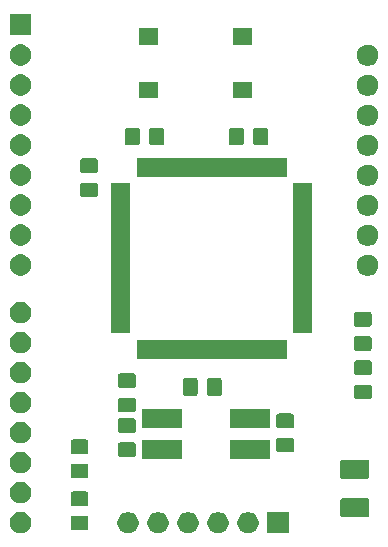
<source format=gbr>
G04 #@! TF.GenerationSoftware,KiCad,Pcbnew,(5.1.5-0-10_14)*
G04 #@! TF.CreationDate,2020-11-09T16:05:27+01:00*
G04 #@! TF.ProjectId,ATmega128_CC1101_Board,41546d65-6761-4313-9238-5f4343313130,rev?*
G04 #@! TF.SameCoordinates,Original*
G04 #@! TF.FileFunction,Soldermask,Top*
G04 #@! TF.FilePolarity,Negative*
%FSLAX46Y46*%
G04 Gerber Fmt 4.6, Leading zero omitted, Abs format (unit mm)*
G04 Created by KiCad (PCBNEW (5.1.5-0-10_14)) date 2020-11-09 16:05:27*
%MOMM*%
%LPD*%
G04 APERTURE LIST*
%ADD10C,0.100000*%
G04 APERTURE END LIST*
D10*
G36*
X125101000Y-110701000D02*
G01*
X123299000Y-110701000D01*
X123299000Y-108899000D01*
X125101000Y-108899000D01*
X125101000Y-110701000D01*
G37*
G36*
X121773512Y-108903927D02*
G01*
X121922812Y-108933624D01*
X122086784Y-109001544D01*
X122234354Y-109100147D01*
X122359853Y-109225646D01*
X122458456Y-109373216D01*
X122526376Y-109537188D01*
X122561000Y-109711259D01*
X122561000Y-109888741D01*
X122526376Y-110062812D01*
X122458456Y-110226784D01*
X122359853Y-110374354D01*
X122234354Y-110499853D01*
X122086784Y-110598456D01*
X121922812Y-110666376D01*
X121773512Y-110696073D01*
X121748742Y-110701000D01*
X121571258Y-110701000D01*
X121546488Y-110696073D01*
X121397188Y-110666376D01*
X121233216Y-110598456D01*
X121085646Y-110499853D01*
X120960147Y-110374354D01*
X120861544Y-110226784D01*
X120793624Y-110062812D01*
X120759000Y-109888741D01*
X120759000Y-109711259D01*
X120793624Y-109537188D01*
X120861544Y-109373216D01*
X120960147Y-109225646D01*
X121085646Y-109100147D01*
X121233216Y-109001544D01*
X121397188Y-108933624D01*
X121546488Y-108903927D01*
X121571258Y-108899000D01*
X121748742Y-108899000D01*
X121773512Y-108903927D01*
G37*
G36*
X119233512Y-108903927D02*
G01*
X119382812Y-108933624D01*
X119546784Y-109001544D01*
X119694354Y-109100147D01*
X119819853Y-109225646D01*
X119918456Y-109373216D01*
X119986376Y-109537188D01*
X120021000Y-109711259D01*
X120021000Y-109888741D01*
X119986376Y-110062812D01*
X119918456Y-110226784D01*
X119819853Y-110374354D01*
X119694354Y-110499853D01*
X119546784Y-110598456D01*
X119382812Y-110666376D01*
X119233512Y-110696073D01*
X119208742Y-110701000D01*
X119031258Y-110701000D01*
X119006488Y-110696073D01*
X118857188Y-110666376D01*
X118693216Y-110598456D01*
X118545646Y-110499853D01*
X118420147Y-110374354D01*
X118321544Y-110226784D01*
X118253624Y-110062812D01*
X118219000Y-109888741D01*
X118219000Y-109711259D01*
X118253624Y-109537188D01*
X118321544Y-109373216D01*
X118420147Y-109225646D01*
X118545646Y-109100147D01*
X118693216Y-109001544D01*
X118857188Y-108933624D01*
X119006488Y-108903927D01*
X119031258Y-108899000D01*
X119208742Y-108899000D01*
X119233512Y-108903927D01*
G37*
G36*
X116693512Y-108903927D02*
G01*
X116842812Y-108933624D01*
X117006784Y-109001544D01*
X117154354Y-109100147D01*
X117279853Y-109225646D01*
X117378456Y-109373216D01*
X117446376Y-109537188D01*
X117481000Y-109711259D01*
X117481000Y-109888741D01*
X117446376Y-110062812D01*
X117378456Y-110226784D01*
X117279853Y-110374354D01*
X117154354Y-110499853D01*
X117006784Y-110598456D01*
X116842812Y-110666376D01*
X116693512Y-110696073D01*
X116668742Y-110701000D01*
X116491258Y-110701000D01*
X116466488Y-110696073D01*
X116317188Y-110666376D01*
X116153216Y-110598456D01*
X116005646Y-110499853D01*
X115880147Y-110374354D01*
X115781544Y-110226784D01*
X115713624Y-110062812D01*
X115679000Y-109888741D01*
X115679000Y-109711259D01*
X115713624Y-109537188D01*
X115781544Y-109373216D01*
X115880147Y-109225646D01*
X116005646Y-109100147D01*
X116153216Y-109001544D01*
X116317188Y-108933624D01*
X116466488Y-108903927D01*
X116491258Y-108899000D01*
X116668742Y-108899000D01*
X116693512Y-108903927D01*
G37*
G36*
X114153512Y-108903927D02*
G01*
X114302812Y-108933624D01*
X114466784Y-109001544D01*
X114614354Y-109100147D01*
X114739853Y-109225646D01*
X114838456Y-109373216D01*
X114906376Y-109537188D01*
X114941000Y-109711259D01*
X114941000Y-109888741D01*
X114906376Y-110062812D01*
X114838456Y-110226784D01*
X114739853Y-110374354D01*
X114614354Y-110499853D01*
X114466784Y-110598456D01*
X114302812Y-110666376D01*
X114153512Y-110696073D01*
X114128742Y-110701000D01*
X113951258Y-110701000D01*
X113926488Y-110696073D01*
X113777188Y-110666376D01*
X113613216Y-110598456D01*
X113465646Y-110499853D01*
X113340147Y-110374354D01*
X113241544Y-110226784D01*
X113173624Y-110062812D01*
X113139000Y-109888741D01*
X113139000Y-109711259D01*
X113173624Y-109537188D01*
X113241544Y-109373216D01*
X113340147Y-109225646D01*
X113465646Y-109100147D01*
X113613216Y-109001544D01*
X113777188Y-108933624D01*
X113926488Y-108903927D01*
X113951258Y-108899000D01*
X114128742Y-108899000D01*
X114153512Y-108903927D01*
G37*
G36*
X111613512Y-108903927D02*
G01*
X111762812Y-108933624D01*
X111926784Y-109001544D01*
X112074354Y-109100147D01*
X112199853Y-109225646D01*
X112298456Y-109373216D01*
X112366376Y-109537188D01*
X112401000Y-109711259D01*
X112401000Y-109888741D01*
X112366376Y-110062812D01*
X112298456Y-110226784D01*
X112199853Y-110374354D01*
X112074354Y-110499853D01*
X111926784Y-110598456D01*
X111762812Y-110666376D01*
X111613512Y-110696073D01*
X111588742Y-110701000D01*
X111411258Y-110701000D01*
X111386488Y-110696073D01*
X111237188Y-110666376D01*
X111073216Y-110598456D01*
X110925646Y-110499853D01*
X110800147Y-110374354D01*
X110701544Y-110226784D01*
X110633624Y-110062812D01*
X110599000Y-109888741D01*
X110599000Y-109711259D01*
X110633624Y-109537188D01*
X110701544Y-109373216D01*
X110800147Y-109225646D01*
X110925646Y-109100147D01*
X111073216Y-109001544D01*
X111237188Y-108933624D01*
X111386488Y-108903927D01*
X111411258Y-108899000D01*
X111588742Y-108899000D01*
X111613512Y-108903927D01*
G37*
G36*
X102513512Y-108883927D02*
G01*
X102662812Y-108913624D01*
X102826784Y-108981544D01*
X102974354Y-109080147D01*
X103099853Y-109205646D01*
X103198456Y-109353216D01*
X103266376Y-109517188D01*
X103301000Y-109691259D01*
X103301000Y-109868741D01*
X103266376Y-110042812D01*
X103198456Y-110206784D01*
X103099853Y-110354354D01*
X102974354Y-110479853D01*
X102826784Y-110578456D01*
X102662812Y-110646376D01*
X102513512Y-110676073D01*
X102488742Y-110681000D01*
X102311258Y-110681000D01*
X102286488Y-110676073D01*
X102137188Y-110646376D01*
X101973216Y-110578456D01*
X101825646Y-110479853D01*
X101700147Y-110354354D01*
X101601544Y-110206784D01*
X101533624Y-110042812D01*
X101499000Y-109868741D01*
X101499000Y-109691259D01*
X101533624Y-109517188D01*
X101601544Y-109353216D01*
X101700147Y-109205646D01*
X101825646Y-109080147D01*
X101973216Y-108981544D01*
X102137188Y-108913624D01*
X102286488Y-108883927D01*
X102311258Y-108879000D01*
X102488742Y-108879000D01*
X102513512Y-108883927D01*
G37*
G36*
X107988674Y-109203465D02*
G01*
X108026367Y-109214899D01*
X108061103Y-109233466D01*
X108091548Y-109258452D01*
X108116534Y-109288897D01*
X108135101Y-109323633D01*
X108146535Y-109361326D01*
X108151000Y-109406661D01*
X108151000Y-110243339D01*
X108146535Y-110288674D01*
X108135101Y-110326367D01*
X108116534Y-110361103D01*
X108091548Y-110391548D01*
X108061103Y-110416534D01*
X108026367Y-110435101D01*
X107988674Y-110446535D01*
X107943339Y-110451000D01*
X106856661Y-110451000D01*
X106811326Y-110446535D01*
X106773633Y-110435101D01*
X106738897Y-110416534D01*
X106708452Y-110391548D01*
X106683466Y-110361103D01*
X106664899Y-110326367D01*
X106653465Y-110288674D01*
X106649000Y-110243339D01*
X106649000Y-109406661D01*
X106653465Y-109361326D01*
X106664899Y-109323633D01*
X106683466Y-109288897D01*
X106708452Y-109258452D01*
X106738897Y-109233466D01*
X106773633Y-109214899D01*
X106811326Y-109203465D01*
X106856661Y-109199000D01*
X107943339Y-109199000D01*
X107988674Y-109203465D01*
G37*
G36*
X131778048Y-107728122D02*
G01*
X131812387Y-107738539D01*
X131844036Y-107755456D01*
X131871778Y-107778222D01*
X131894544Y-107805964D01*
X131911461Y-107837613D01*
X131921878Y-107871952D01*
X131926000Y-107913807D01*
X131926000Y-109136193D01*
X131921878Y-109178048D01*
X131911461Y-109212387D01*
X131894544Y-109244036D01*
X131871778Y-109271778D01*
X131844036Y-109294544D01*
X131812387Y-109311461D01*
X131778048Y-109321878D01*
X131736193Y-109326000D01*
X129663807Y-109326000D01*
X129621952Y-109321878D01*
X129587613Y-109311461D01*
X129555964Y-109294544D01*
X129528222Y-109271778D01*
X129505456Y-109244036D01*
X129488539Y-109212387D01*
X129478122Y-109178048D01*
X129474000Y-109136193D01*
X129474000Y-107913807D01*
X129478122Y-107871952D01*
X129488539Y-107837613D01*
X129505456Y-107805964D01*
X129528222Y-107778222D01*
X129555964Y-107755456D01*
X129587613Y-107738539D01*
X129621952Y-107728122D01*
X129663807Y-107724000D01*
X131736193Y-107724000D01*
X131778048Y-107728122D01*
G37*
G36*
X107988674Y-107153465D02*
G01*
X108026367Y-107164899D01*
X108061103Y-107183466D01*
X108091548Y-107208452D01*
X108116534Y-107238897D01*
X108135101Y-107273633D01*
X108146535Y-107311326D01*
X108151000Y-107356661D01*
X108151000Y-108193339D01*
X108146535Y-108238674D01*
X108135101Y-108276367D01*
X108116534Y-108311103D01*
X108091548Y-108341548D01*
X108061103Y-108366534D01*
X108026367Y-108385101D01*
X107988674Y-108396535D01*
X107943339Y-108401000D01*
X106856661Y-108401000D01*
X106811326Y-108396535D01*
X106773633Y-108385101D01*
X106738897Y-108366534D01*
X106708452Y-108341548D01*
X106683466Y-108311103D01*
X106664899Y-108276367D01*
X106653465Y-108238674D01*
X106649000Y-108193339D01*
X106649000Y-107356661D01*
X106653465Y-107311326D01*
X106664899Y-107273633D01*
X106683466Y-107238897D01*
X106708452Y-107208452D01*
X106738897Y-107183466D01*
X106773633Y-107164899D01*
X106811326Y-107153465D01*
X106856661Y-107149000D01*
X107943339Y-107149000D01*
X107988674Y-107153465D01*
G37*
G36*
X102513512Y-106343927D02*
G01*
X102662812Y-106373624D01*
X102826784Y-106441544D01*
X102974354Y-106540147D01*
X103099853Y-106665646D01*
X103198456Y-106813216D01*
X103266376Y-106977188D01*
X103301000Y-107151259D01*
X103301000Y-107328741D01*
X103266376Y-107502812D01*
X103198456Y-107666784D01*
X103099853Y-107814354D01*
X102974354Y-107939853D01*
X102826784Y-108038456D01*
X102662812Y-108106376D01*
X102513512Y-108136073D01*
X102488742Y-108141000D01*
X102311258Y-108141000D01*
X102286488Y-108136073D01*
X102137188Y-108106376D01*
X101973216Y-108038456D01*
X101825646Y-107939853D01*
X101700147Y-107814354D01*
X101601544Y-107666784D01*
X101533624Y-107502812D01*
X101499000Y-107328741D01*
X101499000Y-107151259D01*
X101533624Y-106977188D01*
X101601544Y-106813216D01*
X101700147Y-106665646D01*
X101825646Y-106540147D01*
X101973216Y-106441544D01*
X102137188Y-106373624D01*
X102286488Y-106343927D01*
X102311258Y-106339000D01*
X102488742Y-106339000D01*
X102513512Y-106343927D01*
G37*
G36*
X131778048Y-104478122D02*
G01*
X131812387Y-104488539D01*
X131844036Y-104505456D01*
X131871778Y-104528222D01*
X131894544Y-104555964D01*
X131911461Y-104587613D01*
X131921878Y-104621952D01*
X131926000Y-104663807D01*
X131926000Y-105886193D01*
X131921878Y-105928048D01*
X131911461Y-105962387D01*
X131894544Y-105994036D01*
X131871778Y-106021778D01*
X131844036Y-106044544D01*
X131812387Y-106061461D01*
X131778048Y-106071878D01*
X131736193Y-106076000D01*
X129663807Y-106076000D01*
X129621952Y-106071878D01*
X129587613Y-106061461D01*
X129555964Y-106044544D01*
X129528222Y-106021778D01*
X129505456Y-105994036D01*
X129488539Y-105962387D01*
X129478122Y-105928048D01*
X129474000Y-105886193D01*
X129474000Y-104663807D01*
X129478122Y-104621952D01*
X129488539Y-104587613D01*
X129505456Y-104555964D01*
X129528222Y-104528222D01*
X129555964Y-104505456D01*
X129587613Y-104488539D01*
X129621952Y-104478122D01*
X129663807Y-104474000D01*
X131736193Y-104474000D01*
X131778048Y-104478122D01*
G37*
G36*
X107988674Y-104803465D02*
G01*
X108026367Y-104814899D01*
X108061103Y-104833466D01*
X108091548Y-104858452D01*
X108116534Y-104888897D01*
X108135101Y-104923633D01*
X108146535Y-104961326D01*
X108151000Y-105006661D01*
X108151000Y-105843339D01*
X108146535Y-105888674D01*
X108135101Y-105926367D01*
X108116534Y-105961103D01*
X108091548Y-105991548D01*
X108061103Y-106016534D01*
X108026367Y-106035101D01*
X107988674Y-106046535D01*
X107943339Y-106051000D01*
X106856661Y-106051000D01*
X106811326Y-106046535D01*
X106773633Y-106035101D01*
X106738897Y-106016534D01*
X106708452Y-105991548D01*
X106683466Y-105961103D01*
X106664899Y-105926367D01*
X106653465Y-105888674D01*
X106649000Y-105843339D01*
X106649000Y-105006661D01*
X106653465Y-104961326D01*
X106664899Y-104923633D01*
X106683466Y-104888897D01*
X106708452Y-104858452D01*
X106738897Y-104833466D01*
X106773633Y-104814899D01*
X106811326Y-104803465D01*
X106856661Y-104799000D01*
X107943339Y-104799000D01*
X107988674Y-104803465D01*
G37*
G36*
X102513512Y-103803927D02*
G01*
X102662812Y-103833624D01*
X102826784Y-103901544D01*
X102974354Y-104000147D01*
X103099853Y-104125646D01*
X103198456Y-104273216D01*
X103266376Y-104437188D01*
X103284483Y-104528222D01*
X103301000Y-104611258D01*
X103301000Y-104788742D01*
X103298071Y-104803465D01*
X103266376Y-104962812D01*
X103198456Y-105126784D01*
X103099853Y-105274354D01*
X102974354Y-105399853D01*
X102826784Y-105498456D01*
X102662812Y-105566376D01*
X102513512Y-105596073D01*
X102488742Y-105601000D01*
X102311258Y-105601000D01*
X102286488Y-105596073D01*
X102137188Y-105566376D01*
X101973216Y-105498456D01*
X101825646Y-105399853D01*
X101700147Y-105274354D01*
X101601544Y-105126784D01*
X101533624Y-104962812D01*
X101501929Y-104803465D01*
X101499000Y-104788742D01*
X101499000Y-104611258D01*
X101515517Y-104528222D01*
X101533624Y-104437188D01*
X101601544Y-104273216D01*
X101700147Y-104125646D01*
X101825646Y-104000147D01*
X101973216Y-103901544D01*
X102137188Y-103833624D01*
X102286488Y-103803927D01*
X102311258Y-103799000D01*
X102488742Y-103799000D01*
X102513512Y-103803927D01*
G37*
G36*
X123501000Y-104441000D02*
G01*
X120099000Y-104441000D01*
X120099000Y-102799000D01*
X123501000Y-102799000D01*
X123501000Y-104441000D01*
G37*
G36*
X116101000Y-104441000D02*
G01*
X112699000Y-104441000D01*
X112699000Y-102799000D01*
X116101000Y-102799000D01*
X116101000Y-104441000D01*
G37*
G36*
X111988674Y-103003465D02*
G01*
X112026367Y-103014899D01*
X112061103Y-103033466D01*
X112091548Y-103058452D01*
X112116534Y-103088897D01*
X112135101Y-103123633D01*
X112146535Y-103161326D01*
X112151000Y-103206661D01*
X112151000Y-104043339D01*
X112146535Y-104088674D01*
X112135101Y-104126367D01*
X112116534Y-104161103D01*
X112091548Y-104191548D01*
X112061103Y-104216534D01*
X112026367Y-104235101D01*
X111988674Y-104246535D01*
X111943339Y-104251000D01*
X110856661Y-104251000D01*
X110811326Y-104246535D01*
X110773633Y-104235101D01*
X110738897Y-104216534D01*
X110708452Y-104191548D01*
X110683466Y-104161103D01*
X110664899Y-104126367D01*
X110653465Y-104088674D01*
X110649000Y-104043339D01*
X110649000Y-103206661D01*
X110653465Y-103161326D01*
X110664899Y-103123633D01*
X110683466Y-103088897D01*
X110708452Y-103058452D01*
X110738897Y-103033466D01*
X110773633Y-103014899D01*
X110811326Y-103003465D01*
X110856661Y-102999000D01*
X111943339Y-102999000D01*
X111988674Y-103003465D01*
G37*
G36*
X107988674Y-102753465D02*
G01*
X108026367Y-102764899D01*
X108061103Y-102783466D01*
X108091548Y-102808452D01*
X108116534Y-102838897D01*
X108135101Y-102873633D01*
X108146535Y-102911326D01*
X108151000Y-102956661D01*
X108151000Y-103793339D01*
X108146535Y-103838674D01*
X108135101Y-103876367D01*
X108116534Y-103911103D01*
X108091548Y-103941548D01*
X108061103Y-103966534D01*
X108026367Y-103985101D01*
X107988674Y-103996535D01*
X107943339Y-104001000D01*
X106856661Y-104001000D01*
X106811326Y-103996535D01*
X106773633Y-103985101D01*
X106738897Y-103966534D01*
X106708452Y-103941548D01*
X106683466Y-103911103D01*
X106664899Y-103876367D01*
X106653465Y-103838674D01*
X106649000Y-103793339D01*
X106649000Y-102956661D01*
X106653465Y-102911326D01*
X106664899Y-102873633D01*
X106683466Y-102838897D01*
X106708452Y-102808452D01*
X106738897Y-102783466D01*
X106773633Y-102764899D01*
X106811326Y-102753465D01*
X106856661Y-102749000D01*
X107943339Y-102749000D01*
X107988674Y-102753465D01*
G37*
G36*
X125388674Y-102603465D02*
G01*
X125426367Y-102614899D01*
X125461103Y-102633466D01*
X125491548Y-102658452D01*
X125516534Y-102688897D01*
X125535101Y-102723633D01*
X125546535Y-102761326D01*
X125551000Y-102806661D01*
X125551000Y-103643339D01*
X125546535Y-103688674D01*
X125535101Y-103726367D01*
X125516534Y-103761103D01*
X125491548Y-103791548D01*
X125461103Y-103816534D01*
X125426367Y-103835101D01*
X125388674Y-103846535D01*
X125343339Y-103851000D01*
X124256661Y-103851000D01*
X124211326Y-103846535D01*
X124173633Y-103835101D01*
X124138897Y-103816534D01*
X124108452Y-103791548D01*
X124083466Y-103761103D01*
X124064899Y-103726367D01*
X124053465Y-103688674D01*
X124049000Y-103643339D01*
X124049000Y-102806661D01*
X124053465Y-102761326D01*
X124064899Y-102723633D01*
X124083466Y-102688897D01*
X124108452Y-102658452D01*
X124138897Y-102633466D01*
X124173633Y-102614899D01*
X124211326Y-102603465D01*
X124256661Y-102599000D01*
X125343339Y-102599000D01*
X125388674Y-102603465D01*
G37*
G36*
X102513512Y-101263927D02*
G01*
X102662812Y-101293624D01*
X102826784Y-101361544D01*
X102974354Y-101460147D01*
X103099853Y-101585646D01*
X103198456Y-101733216D01*
X103266376Y-101897188D01*
X103301000Y-102071259D01*
X103301000Y-102248741D01*
X103266376Y-102422812D01*
X103198456Y-102586784D01*
X103099853Y-102734354D01*
X102974354Y-102859853D01*
X102826784Y-102958456D01*
X102662812Y-103026376D01*
X102513512Y-103056073D01*
X102488742Y-103061000D01*
X102311258Y-103061000D01*
X102286488Y-103056073D01*
X102137188Y-103026376D01*
X101973216Y-102958456D01*
X101825646Y-102859853D01*
X101700147Y-102734354D01*
X101601544Y-102586784D01*
X101533624Y-102422812D01*
X101499000Y-102248741D01*
X101499000Y-102071259D01*
X101533624Y-101897188D01*
X101601544Y-101733216D01*
X101700147Y-101585646D01*
X101825646Y-101460147D01*
X101973216Y-101361544D01*
X102137188Y-101293624D01*
X102286488Y-101263927D01*
X102311258Y-101259000D01*
X102488742Y-101259000D01*
X102513512Y-101263927D01*
G37*
G36*
X111988674Y-100953465D02*
G01*
X112026367Y-100964899D01*
X112061103Y-100983466D01*
X112091548Y-101008452D01*
X112116534Y-101038897D01*
X112135101Y-101073633D01*
X112146535Y-101111326D01*
X112151000Y-101156661D01*
X112151000Y-101993339D01*
X112146535Y-102038674D01*
X112135101Y-102076367D01*
X112116534Y-102111103D01*
X112091548Y-102141548D01*
X112061103Y-102166534D01*
X112026367Y-102185101D01*
X111988674Y-102196535D01*
X111943339Y-102201000D01*
X110856661Y-102201000D01*
X110811326Y-102196535D01*
X110773633Y-102185101D01*
X110738897Y-102166534D01*
X110708452Y-102141548D01*
X110683466Y-102111103D01*
X110664899Y-102076367D01*
X110653465Y-102038674D01*
X110649000Y-101993339D01*
X110649000Y-101156661D01*
X110653465Y-101111326D01*
X110664899Y-101073633D01*
X110683466Y-101038897D01*
X110708452Y-101008452D01*
X110738897Y-100983466D01*
X110773633Y-100964899D01*
X110811326Y-100953465D01*
X110856661Y-100949000D01*
X111943339Y-100949000D01*
X111988674Y-100953465D01*
G37*
G36*
X125388674Y-100553465D02*
G01*
X125426367Y-100564899D01*
X125461103Y-100583466D01*
X125491548Y-100608452D01*
X125516534Y-100638897D01*
X125535101Y-100673633D01*
X125546535Y-100711326D01*
X125551000Y-100756661D01*
X125551000Y-101593339D01*
X125546535Y-101638674D01*
X125535101Y-101676367D01*
X125516534Y-101711103D01*
X125491548Y-101741548D01*
X125461103Y-101766534D01*
X125426367Y-101785101D01*
X125388674Y-101796535D01*
X125343339Y-101801000D01*
X124256661Y-101801000D01*
X124211326Y-101796535D01*
X124173633Y-101785101D01*
X124138897Y-101766534D01*
X124108452Y-101741548D01*
X124083466Y-101711103D01*
X124064899Y-101676367D01*
X124053465Y-101638674D01*
X124049000Y-101593339D01*
X124049000Y-100756661D01*
X124053465Y-100711326D01*
X124064899Y-100673633D01*
X124083466Y-100638897D01*
X124108452Y-100608452D01*
X124138897Y-100583466D01*
X124173633Y-100564899D01*
X124211326Y-100553465D01*
X124256661Y-100549000D01*
X125343339Y-100549000D01*
X125388674Y-100553465D01*
G37*
G36*
X123501000Y-101801000D02*
G01*
X120099000Y-101801000D01*
X120099000Y-100159000D01*
X123501000Y-100159000D01*
X123501000Y-101801000D01*
G37*
G36*
X116101000Y-101801000D02*
G01*
X112699000Y-101801000D01*
X112699000Y-100159000D01*
X116101000Y-100159000D01*
X116101000Y-101801000D01*
G37*
G36*
X102513512Y-98723927D02*
G01*
X102662812Y-98753624D01*
X102826784Y-98821544D01*
X102974354Y-98920147D01*
X103099853Y-99045646D01*
X103198456Y-99193216D01*
X103266376Y-99357188D01*
X103301000Y-99531259D01*
X103301000Y-99708741D01*
X103266376Y-99882812D01*
X103198456Y-100046784D01*
X103099853Y-100194354D01*
X102974354Y-100319853D01*
X102826784Y-100418456D01*
X102662812Y-100486376D01*
X102513512Y-100516073D01*
X102488742Y-100521000D01*
X102311258Y-100521000D01*
X102286488Y-100516073D01*
X102137188Y-100486376D01*
X101973216Y-100418456D01*
X101825646Y-100319853D01*
X101700147Y-100194354D01*
X101601544Y-100046784D01*
X101533624Y-99882812D01*
X101499000Y-99708741D01*
X101499000Y-99531259D01*
X101533624Y-99357188D01*
X101601544Y-99193216D01*
X101700147Y-99045646D01*
X101825646Y-98920147D01*
X101973216Y-98821544D01*
X102137188Y-98753624D01*
X102286488Y-98723927D01*
X102311258Y-98719000D01*
X102488742Y-98719000D01*
X102513512Y-98723927D01*
G37*
G36*
X111988674Y-99203465D02*
G01*
X112026367Y-99214899D01*
X112061103Y-99233466D01*
X112091548Y-99258452D01*
X112116534Y-99288897D01*
X112135101Y-99323633D01*
X112146535Y-99361326D01*
X112151000Y-99406661D01*
X112151000Y-100243339D01*
X112146535Y-100288674D01*
X112135101Y-100326367D01*
X112116534Y-100361103D01*
X112091548Y-100391548D01*
X112061103Y-100416534D01*
X112026367Y-100435101D01*
X111988674Y-100446535D01*
X111943339Y-100451000D01*
X110856661Y-100451000D01*
X110811326Y-100446535D01*
X110773633Y-100435101D01*
X110738897Y-100416534D01*
X110708452Y-100391548D01*
X110683466Y-100361103D01*
X110664899Y-100326367D01*
X110653465Y-100288674D01*
X110649000Y-100243339D01*
X110649000Y-99406661D01*
X110653465Y-99361326D01*
X110664899Y-99323633D01*
X110683466Y-99288897D01*
X110708452Y-99258452D01*
X110738897Y-99233466D01*
X110773633Y-99214899D01*
X110811326Y-99203465D01*
X110856661Y-99199000D01*
X111943339Y-99199000D01*
X111988674Y-99203465D01*
G37*
G36*
X131988674Y-98103465D02*
G01*
X132026367Y-98114899D01*
X132061103Y-98133466D01*
X132091548Y-98158452D01*
X132116534Y-98188897D01*
X132135101Y-98223633D01*
X132146535Y-98261326D01*
X132151000Y-98306661D01*
X132151000Y-99143339D01*
X132146535Y-99188674D01*
X132135101Y-99226367D01*
X132116534Y-99261103D01*
X132091548Y-99291548D01*
X132061103Y-99316534D01*
X132026367Y-99335101D01*
X131988674Y-99346535D01*
X131943339Y-99351000D01*
X130856661Y-99351000D01*
X130811326Y-99346535D01*
X130773633Y-99335101D01*
X130738897Y-99316534D01*
X130708452Y-99291548D01*
X130683466Y-99261103D01*
X130664899Y-99226367D01*
X130653465Y-99188674D01*
X130649000Y-99143339D01*
X130649000Y-98306661D01*
X130653465Y-98261326D01*
X130664899Y-98223633D01*
X130683466Y-98188897D01*
X130708452Y-98158452D01*
X130738897Y-98133466D01*
X130773633Y-98114899D01*
X130811326Y-98103465D01*
X130856661Y-98099000D01*
X131943339Y-98099000D01*
X131988674Y-98103465D01*
G37*
G36*
X117238674Y-97553465D02*
G01*
X117276367Y-97564899D01*
X117311103Y-97583466D01*
X117341548Y-97608452D01*
X117366534Y-97638897D01*
X117385101Y-97673633D01*
X117396535Y-97711326D01*
X117401000Y-97756661D01*
X117401000Y-98843339D01*
X117396535Y-98888674D01*
X117385101Y-98926367D01*
X117366534Y-98961103D01*
X117341548Y-98991548D01*
X117311103Y-99016534D01*
X117276367Y-99035101D01*
X117238674Y-99046535D01*
X117193339Y-99051000D01*
X116356661Y-99051000D01*
X116311326Y-99046535D01*
X116273633Y-99035101D01*
X116238897Y-99016534D01*
X116208452Y-98991548D01*
X116183466Y-98961103D01*
X116164899Y-98926367D01*
X116153465Y-98888674D01*
X116149000Y-98843339D01*
X116149000Y-97756661D01*
X116153465Y-97711326D01*
X116164899Y-97673633D01*
X116183466Y-97638897D01*
X116208452Y-97608452D01*
X116238897Y-97583466D01*
X116273633Y-97564899D01*
X116311326Y-97553465D01*
X116356661Y-97549000D01*
X117193339Y-97549000D01*
X117238674Y-97553465D01*
G37*
G36*
X119288674Y-97553465D02*
G01*
X119326367Y-97564899D01*
X119361103Y-97583466D01*
X119391548Y-97608452D01*
X119416534Y-97638897D01*
X119435101Y-97673633D01*
X119446535Y-97711326D01*
X119451000Y-97756661D01*
X119451000Y-98843339D01*
X119446535Y-98888674D01*
X119435101Y-98926367D01*
X119416534Y-98961103D01*
X119391548Y-98991548D01*
X119361103Y-99016534D01*
X119326367Y-99035101D01*
X119288674Y-99046535D01*
X119243339Y-99051000D01*
X118406661Y-99051000D01*
X118361326Y-99046535D01*
X118323633Y-99035101D01*
X118288897Y-99016534D01*
X118258452Y-98991548D01*
X118233466Y-98961103D01*
X118214899Y-98926367D01*
X118203465Y-98888674D01*
X118199000Y-98843339D01*
X118199000Y-97756661D01*
X118203465Y-97711326D01*
X118214899Y-97673633D01*
X118233466Y-97638897D01*
X118258452Y-97608452D01*
X118288897Y-97583466D01*
X118323633Y-97564899D01*
X118361326Y-97553465D01*
X118406661Y-97549000D01*
X119243339Y-97549000D01*
X119288674Y-97553465D01*
G37*
G36*
X111988674Y-97153465D02*
G01*
X112026367Y-97164899D01*
X112061103Y-97183466D01*
X112091548Y-97208452D01*
X112116534Y-97238897D01*
X112135101Y-97273633D01*
X112146535Y-97311326D01*
X112151000Y-97356661D01*
X112151000Y-98193339D01*
X112146535Y-98238674D01*
X112135101Y-98276367D01*
X112116534Y-98311103D01*
X112091548Y-98341548D01*
X112061103Y-98366534D01*
X112026367Y-98385101D01*
X111988674Y-98396535D01*
X111943339Y-98401000D01*
X110856661Y-98401000D01*
X110811326Y-98396535D01*
X110773633Y-98385101D01*
X110738897Y-98366534D01*
X110708452Y-98341548D01*
X110683466Y-98311103D01*
X110664899Y-98276367D01*
X110653465Y-98238674D01*
X110649000Y-98193339D01*
X110649000Y-97356661D01*
X110653465Y-97311326D01*
X110664899Y-97273633D01*
X110683466Y-97238897D01*
X110708452Y-97208452D01*
X110738897Y-97183466D01*
X110773633Y-97164899D01*
X110811326Y-97153465D01*
X110856661Y-97149000D01*
X111943339Y-97149000D01*
X111988674Y-97153465D01*
G37*
G36*
X102513512Y-96183927D02*
G01*
X102662812Y-96213624D01*
X102826784Y-96281544D01*
X102974354Y-96380147D01*
X103099853Y-96505646D01*
X103198456Y-96653216D01*
X103266376Y-96817188D01*
X103301000Y-96991259D01*
X103301000Y-97168741D01*
X103266376Y-97342812D01*
X103198456Y-97506784D01*
X103099853Y-97654354D01*
X102974354Y-97779853D01*
X102826784Y-97878456D01*
X102662812Y-97946376D01*
X102513512Y-97976073D01*
X102488742Y-97981000D01*
X102311258Y-97981000D01*
X102286488Y-97976073D01*
X102137188Y-97946376D01*
X101973216Y-97878456D01*
X101825646Y-97779853D01*
X101700147Y-97654354D01*
X101601544Y-97506784D01*
X101533624Y-97342812D01*
X101499000Y-97168741D01*
X101499000Y-96991259D01*
X101533624Y-96817188D01*
X101601544Y-96653216D01*
X101700147Y-96505646D01*
X101825646Y-96380147D01*
X101973216Y-96281544D01*
X102137188Y-96213624D01*
X102286488Y-96183927D01*
X102311258Y-96179000D01*
X102488742Y-96179000D01*
X102513512Y-96183927D01*
G37*
G36*
X131988674Y-96053465D02*
G01*
X132026367Y-96064899D01*
X132061103Y-96083466D01*
X132091548Y-96108452D01*
X132116534Y-96138897D01*
X132135101Y-96173633D01*
X132146535Y-96211326D01*
X132151000Y-96256661D01*
X132151000Y-97093339D01*
X132146535Y-97138674D01*
X132135101Y-97176367D01*
X132116534Y-97211103D01*
X132091548Y-97241548D01*
X132061103Y-97266534D01*
X132026367Y-97285101D01*
X131988674Y-97296535D01*
X131943339Y-97301000D01*
X130856661Y-97301000D01*
X130811326Y-97296535D01*
X130773633Y-97285101D01*
X130738897Y-97266534D01*
X130708452Y-97241548D01*
X130683466Y-97211103D01*
X130664899Y-97176367D01*
X130653465Y-97138674D01*
X130649000Y-97093339D01*
X130649000Y-96256661D01*
X130653465Y-96211326D01*
X130664899Y-96173633D01*
X130683466Y-96138897D01*
X130708452Y-96108452D01*
X130738897Y-96083466D01*
X130773633Y-96064899D01*
X130811326Y-96053465D01*
X130856661Y-96049000D01*
X131943339Y-96049000D01*
X131988674Y-96053465D01*
G37*
G36*
X124926000Y-95901000D02*
G01*
X112274000Y-95901000D01*
X112274000Y-94299000D01*
X124926000Y-94299000D01*
X124926000Y-95901000D01*
G37*
G36*
X102513512Y-93643927D02*
G01*
X102662812Y-93673624D01*
X102826784Y-93741544D01*
X102974354Y-93840147D01*
X103099853Y-93965646D01*
X103198456Y-94113216D01*
X103266376Y-94277188D01*
X103301000Y-94451259D01*
X103301000Y-94628741D01*
X103266376Y-94802812D01*
X103198456Y-94966784D01*
X103099853Y-95114354D01*
X102974354Y-95239853D01*
X102826784Y-95338456D01*
X102662812Y-95406376D01*
X102513512Y-95436073D01*
X102488742Y-95441000D01*
X102311258Y-95441000D01*
X102286488Y-95436073D01*
X102137188Y-95406376D01*
X101973216Y-95338456D01*
X101825646Y-95239853D01*
X101700147Y-95114354D01*
X101601544Y-94966784D01*
X101533624Y-94802812D01*
X101499000Y-94628741D01*
X101499000Y-94451259D01*
X101533624Y-94277188D01*
X101601544Y-94113216D01*
X101700147Y-93965646D01*
X101825646Y-93840147D01*
X101973216Y-93741544D01*
X102137188Y-93673624D01*
X102286488Y-93643927D01*
X102311258Y-93639000D01*
X102488742Y-93639000D01*
X102513512Y-93643927D01*
G37*
G36*
X131968674Y-94003465D02*
G01*
X132006367Y-94014899D01*
X132041103Y-94033466D01*
X132071548Y-94058452D01*
X132096534Y-94088897D01*
X132115101Y-94123633D01*
X132126535Y-94161326D01*
X132131000Y-94206661D01*
X132131000Y-95043339D01*
X132126535Y-95088674D01*
X132115101Y-95126367D01*
X132096534Y-95161103D01*
X132071548Y-95191548D01*
X132041103Y-95216534D01*
X132006367Y-95235101D01*
X131968674Y-95246535D01*
X131923339Y-95251000D01*
X130836661Y-95251000D01*
X130791326Y-95246535D01*
X130753633Y-95235101D01*
X130718897Y-95216534D01*
X130688452Y-95191548D01*
X130663466Y-95161103D01*
X130644899Y-95126367D01*
X130633465Y-95088674D01*
X130629000Y-95043339D01*
X130629000Y-94206661D01*
X130633465Y-94161326D01*
X130644899Y-94123633D01*
X130663466Y-94088897D01*
X130688452Y-94058452D01*
X130718897Y-94033466D01*
X130753633Y-94014899D01*
X130791326Y-94003465D01*
X130836661Y-93999000D01*
X131923339Y-93999000D01*
X131968674Y-94003465D01*
G37*
G36*
X127101000Y-93726000D02*
G01*
X125499000Y-93726000D01*
X125499000Y-81074000D01*
X127101000Y-81074000D01*
X127101000Y-93726000D01*
G37*
G36*
X111701000Y-93726000D02*
G01*
X110099000Y-93726000D01*
X110099000Y-81074000D01*
X111701000Y-81074000D01*
X111701000Y-93726000D01*
G37*
G36*
X131968674Y-91953465D02*
G01*
X132006367Y-91964899D01*
X132041103Y-91983466D01*
X132071548Y-92008452D01*
X132096534Y-92038897D01*
X132115101Y-92073633D01*
X132126535Y-92111326D01*
X132131000Y-92156661D01*
X132131000Y-92993339D01*
X132126535Y-93038674D01*
X132115101Y-93076367D01*
X132096534Y-93111103D01*
X132071548Y-93141548D01*
X132041103Y-93166534D01*
X132006367Y-93185101D01*
X131968674Y-93196535D01*
X131923339Y-93201000D01*
X130836661Y-93201000D01*
X130791326Y-93196535D01*
X130753633Y-93185101D01*
X130718897Y-93166534D01*
X130688452Y-93141548D01*
X130663466Y-93111103D01*
X130644899Y-93076367D01*
X130633465Y-93038674D01*
X130629000Y-92993339D01*
X130629000Y-92156661D01*
X130633465Y-92111326D01*
X130644899Y-92073633D01*
X130663466Y-92038897D01*
X130688452Y-92008452D01*
X130718897Y-91983466D01*
X130753633Y-91964899D01*
X130791326Y-91953465D01*
X130836661Y-91949000D01*
X131923339Y-91949000D01*
X131968674Y-91953465D01*
G37*
G36*
X102513512Y-91103927D02*
G01*
X102662812Y-91133624D01*
X102826784Y-91201544D01*
X102974354Y-91300147D01*
X103099853Y-91425646D01*
X103198456Y-91573216D01*
X103266376Y-91737188D01*
X103301000Y-91911259D01*
X103301000Y-92088741D01*
X103266376Y-92262812D01*
X103198456Y-92426784D01*
X103099853Y-92574354D01*
X102974354Y-92699853D01*
X102826784Y-92798456D01*
X102662812Y-92866376D01*
X102513512Y-92896073D01*
X102488742Y-92901000D01*
X102311258Y-92901000D01*
X102286488Y-92896073D01*
X102137188Y-92866376D01*
X101973216Y-92798456D01*
X101825646Y-92699853D01*
X101700147Y-92574354D01*
X101601544Y-92426784D01*
X101533624Y-92262812D01*
X101499000Y-92088741D01*
X101499000Y-91911259D01*
X101533624Y-91737188D01*
X101601544Y-91573216D01*
X101700147Y-91425646D01*
X101825646Y-91300147D01*
X101973216Y-91201544D01*
X102137188Y-91133624D01*
X102286488Y-91103927D01*
X102311258Y-91099000D01*
X102488742Y-91099000D01*
X102513512Y-91103927D01*
G37*
G36*
X131913512Y-87103927D02*
G01*
X132062812Y-87133624D01*
X132226784Y-87201544D01*
X132374354Y-87300147D01*
X132499853Y-87425646D01*
X132598456Y-87573216D01*
X132666376Y-87737188D01*
X132701000Y-87911259D01*
X132701000Y-88088741D01*
X132666376Y-88262812D01*
X132598456Y-88426784D01*
X132499853Y-88574354D01*
X132374354Y-88699853D01*
X132226784Y-88798456D01*
X132062812Y-88866376D01*
X131913512Y-88896073D01*
X131888742Y-88901000D01*
X131711258Y-88901000D01*
X131686488Y-88896073D01*
X131537188Y-88866376D01*
X131373216Y-88798456D01*
X131225646Y-88699853D01*
X131100147Y-88574354D01*
X131001544Y-88426784D01*
X130933624Y-88262812D01*
X130899000Y-88088741D01*
X130899000Y-87911259D01*
X130933624Y-87737188D01*
X131001544Y-87573216D01*
X131100147Y-87425646D01*
X131225646Y-87300147D01*
X131373216Y-87201544D01*
X131537188Y-87133624D01*
X131686488Y-87103927D01*
X131711258Y-87099000D01*
X131888742Y-87099000D01*
X131913512Y-87103927D01*
G37*
G36*
X102513512Y-87083927D02*
G01*
X102662812Y-87113624D01*
X102826784Y-87181544D01*
X102974354Y-87280147D01*
X103099853Y-87405646D01*
X103198456Y-87553216D01*
X103266376Y-87717188D01*
X103301000Y-87891259D01*
X103301000Y-88068741D01*
X103266376Y-88242812D01*
X103198456Y-88406784D01*
X103099853Y-88554354D01*
X102974354Y-88679853D01*
X102826784Y-88778456D01*
X102662812Y-88846376D01*
X102513512Y-88876073D01*
X102488742Y-88881000D01*
X102311258Y-88881000D01*
X102286488Y-88876073D01*
X102137188Y-88846376D01*
X101973216Y-88778456D01*
X101825646Y-88679853D01*
X101700147Y-88554354D01*
X101601544Y-88406784D01*
X101533624Y-88242812D01*
X101499000Y-88068741D01*
X101499000Y-87891259D01*
X101533624Y-87717188D01*
X101601544Y-87553216D01*
X101700147Y-87405646D01*
X101825646Y-87280147D01*
X101973216Y-87181544D01*
X102137188Y-87113624D01*
X102286488Y-87083927D01*
X102311258Y-87079000D01*
X102488742Y-87079000D01*
X102513512Y-87083927D01*
G37*
G36*
X131913512Y-84563927D02*
G01*
X132062812Y-84593624D01*
X132226784Y-84661544D01*
X132374354Y-84760147D01*
X132499853Y-84885646D01*
X132598456Y-85033216D01*
X132666376Y-85197188D01*
X132701000Y-85371259D01*
X132701000Y-85548741D01*
X132666376Y-85722812D01*
X132598456Y-85886784D01*
X132499853Y-86034354D01*
X132374354Y-86159853D01*
X132226784Y-86258456D01*
X132062812Y-86326376D01*
X131913512Y-86356073D01*
X131888742Y-86361000D01*
X131711258Y-86361000D01*
X131686488Y-86356073D01*
X131537188Y-86326376D01*
X131373216Y-86258456D01*
X131225646Y-86159853D01*
X131100147Y-86034354D01*
X131001544Y-85886784D01*
X130933624Y-85722812D01*
X130899000Y-85548741D01*
X130899000Y-85371259D01*
X130933624Y-85197188D01*
X131001544Y-85033216D01*
X131100147Y-84885646D01*
X131225646Y-84760147D01*
X131373216Y-84661544D01*
X131537188Y-84593624D01*
X131686488Y-84563927D01*
X131711258Y-84559000D01*
X131888742Y-84559000D01*
X131913512Y-84563927D01*
G37*
G36*
X102513512Y-84543927D02*
G01*
X102662812Y-84573624D01*
X102826784Y-84641544D01*
X102974354Y-84740147D01*
X103099853Y-84865646D01*
X103198456Y-85013216D01*
X103266376Y-85177188D01*
X103301000Y-85351259D01*
X103301000Y-85528741D01*
X103266376Y-85702812D01*
X103198456Y-85866784D01*
X103099853Y-86014354D01*
X102974354Y-86139853D01*
X102826784Y-86238456D01*
X102662812Y-86306376D01*
X102513512Y-86336073D01*
X102488742Y-86341000D01*
X102311258Y-86341000D01*
X102286488Y-86336073D01*
X102137188Y-86306376D01*
X101973216Y-86238456D01*
X101825646Y-86139853D01*
X101700147Y-86014354D01*
X101601544Y-85866784D01*
X101533624Y-85702812D01*
X101499000Y-85528741D01*
X101499000Y-85351259D01*
X101533624Y-85177188D01*
X101601544Y-85013216D01*
X101700147Y-84865646D01*
X101825646Y-84740147D01*
X101973216Y-84641544D01*
X102137188Y-84573624D01*
X102286488Y-84543927D01*
X102311258Y-84539000D01*
X102488742Y-84539000D01*
X102513512Y-84543927D01*
G37*
G36*
X131913512Y-82023927D02*
G01*
X132062812Y-82053624D01*
X132226784Y-82121544D01*
X132374354Y-82220147D01*
X132499853Y-82345646D01*
X132598456Y-82493216D01*
X132666376Y-82657188D01*
X132701000Y-82831259D01*
X132701000Y-83008741D01*
X132666376Y-83182812D01*
X132598456Y-83346784D01*
X132499853Y-83494354D01*
X132374354Y-83619853D01*
X132226784Y-83718456D01*
X132062812Y-83786376D01*
X131913512Y-83816073D01*
X131888742Y-83821000D01*
X131711258Y-83821000D01*
X131686488Y-83816073D01*
X131537188Y-83786376D01*
X131373216Y-83718456D01*
X131225646Y-83619853D01*
X131100147Y-83494354D01*
X131001544Y-83346784D01*
X130933624Y-83182812D01*
X130899000Y-83008741D01*
X130899000Y-82831259D01*
X130933624Y-82657188D01*
X131001544Y-82493216D01*
X131100147Y-82345646D01*
X131225646Y-82220147D01*
X131373216Y-82121544D01*
X131537188Y-82053624D01*
X131686488Y-82023927D01*
X131711258Y-82019000D01*
X131888742Y-82019000D01*
X131913512Y-82023927D01*
G37*
G36*
X102513512Y-82003927D02*
G01*
X102662812Y-82033624D01*
X102826784Y-82101544D01*
X102974354Y-82200147D01*
X103099853Y-82325646D01*
X103198456Y-82473216D01*
X103266376Y-82637188D01*
X103301000Y-82811259D01*
X103301000Y-82988741D01*
X103266376Y-83162812D01*
X103198456Y-83326784D01*
X103099853Y-83474354D01*
X102974354Y-83599853D01*
X102826784Y-83698456D01*
X102662812Y-83766376D01*
X102513512Y-83796073D01*
X102488742Y-83801000D01*
X102311258Y-83801000D01*
X102286488Y-83796073D01*
X102137188Y-83766376D01*
X101973216Y-83698456D01*
X101825646Y-83599853D01*
X101700147Y-83474354D01*
X101601544Y-83326784D01*
X101533624Y-83162812D01*
X101499000Y-82988741D01*
X101499000Y-82811259D01*
X101533624Y-82637188D01*
X101601544Y-82473216D01*
X101700147Y-82325646D01*
X101825646Y-82200147D01*
X101973216Y-82101544D01*
X102137188Y-82033624D01*
X102286488Y-82003927D01*
X102311258Y-81999000D01*
X102488742Y-81999000D01*
X102513512Y-82003927D01*
G37*
G36*
X108788674Y-81003465D02*
G01*
X108826367Y-81014899D01*
X108861103Y-81033466D01*
X108891548Y-81058452D01*
X108916534Y-81088897D01*
X108935101Y-81123633D01*
X108946535Y-81161326D01*
X108951000Y-81206661D01*
X108951000Y-82043339D01*
X108946535Y-82088674D01*
X108935101Y-82126367D01*
X108916534Y-82161103D01*
X108891548Y-82191548D01*
X108861103Y-82216534D01*
X108826367Y-82235101D01*
X108788674Y-82246535D01*
X108743339Y-82251000D01*
X107656661Y-82251000D01*
X107611326Y-82246535D01*
X107573633Y-82235101D01*
X107538897Y-82216534D01*
X107508452Y-82191548D01*
X107483466Y-82161103D01*
X107464899Y-82126367D01*
X107453465Y-82088674D01*
X107449000Y-82043339D01*
X107449000Y-81206661D01*
X107453465Y-81161326D01*
X107464899Y-81123633D01*
X107483466Y-81088897D01*
X107508452Y-81058452D01*
X107538897Y-81033466D01*
X107573633Y-81014899D01*
X107611326Y-81003465D01*
X107656661Y-80999000D01*
X108743339Y-80999000D01*
X108788674Y-81003465D01*
G37*
G36*
X131913512Y-79483927D02*
G01*
X132062812Y-79513624D01*
X132226784Y-79581544D01*
X132374354Y-79680147D01*
X132499853Y-79805646D01*
X132598456Y-79953216D01*
X132666376Y-80117188D01*
X132701000Y-80291259D01*
X132701000Y-80468741D01*
X132666376Y-80642812D01*
X132598456Y-80806784D01*
X132499853Y-80954354D01*
X132374354Y-81079853D01*
X132226784Y-81178456D01*
X132062812Y-81246376D01*
X131913512Y-81276073D01*
X131888742Y-81281000D01*
X131711258Y-81281000D01*
X131686488Y-81276073D01*
X131537188Y-81246376D01*
X131373216Y-81178456D01*
X131225646Y-81079853D01*
X131100147Y-80954354D01*
X131001544Y-80806784D01*
X130933624Y-80642812D01*
X130899000Y-80468741D01*
X130899000Y-80291259D01*
X130933624Y-80117188D01*
X131001544Y-79953216D01*
X131100147Y-79805646D01*
X131225646Y-79680147D01*
X131373216Y-79581544D01*
X131537188Y-79513624D01*
X131686488Y-79483927D01*
X131711258Y-79479000D01*
X131888742Y-79479000D01*
X131913512Y-79483927D01*
G37*
G36*
X102513512Y-79463927D02*
G01*
X102662812Y-79493624D01*
X102826784Y-79561544D01*
X102974354Y-79660147D01*
X103099853Y-79785646D01*
X103198456Y-79933216D01*
X103266376Y-80097188D01*
X103301000Y-80271259D01*
X103301000Y-80448741D01*
X103266376Y-80622812D01*
X103198456Y-80786784D01*
X103099853Y-80934354D01*
X102974354Y-81059853D01*
X102826784Y-81158456D01*
X102662812Y-81226376D01*
X102513512Y-81256073D01*
X102488742Y-81261000D01*
X102311258Y-81261000D01*
X102286488Y-81256073D01*
X102137188Y-81226376D01*
X101973216Y-81158456D01*
X101825646Y-81059853D01*
X101700147Y-80934354D01*
X101601544Y-80786784D01*
X101533624Y-80622812D01*
X101499000Y-80448741D01*
X101499000Y-80271259D01*
X101533624Y-80097188D01*
X101601544Y-79933216D01*
X101700147Y-79785646D01*
X101825646Y-79660147D01*
X101973216Y-79561544D01*
X102137188Y-79493624D01*
X102286488Y-79463927D01*
X102311258Y-79459000D01*
X102488742Y-79459000D01*
X102513512Y-79463927D01*
G37*
G36*
X124926000Y-80501000D02*
G01*
X112274000Y-80501000D01*
X112274000Y-78899000D01*
X124926000Y-78899000D01*
X124926000Y-80501000D01*
G37*
G36*
X108788674Y-78953465D02*
G01*
X108826367Y-78964899D01*
X108861103Y-78983466D01*
X108891548Y-79008452D01*
X108916534Y-79038897D01*
X108935101Y-79073633D01*
X108946535Y-79111326D01*
X108951000Y-79156661D01*
X108951000Y-79993339D01*
X108946535Y-80038674D01*
X108935101Y-80076367D01*
X108916534Y-80111103D01*
X108891548Y-80141548D01*
X108861103Y-80166534D01*
X108826367Y-80185101D01*
X108788674Y-80196535D01*
X108743339Y-80201000D01*
X107656661Y-80201000D01*
X107611326Y-80196535D01*
X107573633Y-80185101D01*
X107538897Y-80166534D01*
X107508452Y-80141548D01*
X107483466Y-80111103D01*
X107464899Y-80076367D01*
X107453465Y-80038674D01*
X107449000Y-79993339D01*
X107449000Y-79156661D01*
X107453465Y-79111326D01*
X107464899Y-79073633D01*
X107483466Y-79038897D01*
X107508452Y-79008452D01*
X107538897Y-78983466D01*
X107573633Y-78964899D01*
X107611326Y-78953465D01*
X107656661Y-78949000D01*
X108743339Y-78949000D01*
X108788674Y-78953465D01*
G37*
G36*
X131913512Y-76943927D02*
G01*
X132062812Y-76973624D01*
X132226784Y-77041544D01*
X132374354Y-77140147D01*
X132499853Y-77265646D01*
X132598456Y-77413216D01*
X132666376Y-77577188D01*
X132701000Y-77751259D01*
X132701000Y-77928741D01*
X132666376Y-78102812D01*
X132598456Y-78266784D01*
X132499853Y-78414354D01*
X132374354Y-78539853D01*
X132226784Y-78638456D01*
X132062812Y-78706376D01*
X131913512Y-78736073D01*
X131888742Y-78741000D01*
X131711258Y-78741000D01*
X131686488Y-78736073D01*
X131537188Y-78706376D01*
X131373216Y-78638456D01*
X131225646Y-78539853D01*
X131100147Y-78414354D01*
X131001544Y-78266784D01*
X130933624Y-78102812D01*
X130899000Y-77928741D01*
X130899000Y-77751259D01*
X130933624Y-77577188D01*
X131001544Y-77413216D01*
X131100147Y-77265646D01*
X131225646Y-77140147D01*
X131373216Y-77041544D01*
X131537188Y-76973624D01*
X131686488Y-76943927D01*
X131711258Y-76939000D01*
X131888742Y-76939000D01*
X131913512Y-76943927D01*
G37*
G36*
X102513512Y-76923927D02*
G01*
X102662812Y-76953624D01*
X102826784Y-77021544D01*
X102974354Y-77120147D01*
X103099853Y-77245646D01*
X103198456Y-77393216D01*
X103266376Y-77557188D01*
X103301000Y-77731259D01*
X103301000Y-77908741D01*
X103266376Y-78082812D01*
X103198456Y-78246784D01*
X103099853Y-78394354D01*
X102974354Y-78519853D01*
X102826784Y-78618456D01*
X102662812Y-78686376D01*
X102513512Y-78716073D01*
X102488742Y-78721000D01*
X102311258Y-78721000D01*
X102286488Y-78716073D01*
X102137188Y-78686376D01*
X101973216Y-78618456D01*
X101825646Y-78519853D01*
X101700147Y-78394354D01*
X101601544Y-78246784D01*
X101533624Y-78082812D01*
X101499000Y-77908741D01*
X101499000Y-77731259D01*
X101533624Y-77557188D01*
X101601544Y-77393216D01*
X101700147Y-77245646D01*
X101825646Y-77120147D01*
X101973216Y-77021544D01*
X102137188Y-76953624D01*
X102286488Y-76923927D01*
X102311258Y-76919000D01*
X102488742Y-76919000D01*
X102513512Y-76923927D01*
G37*
G36*
X114388674Y-76353465D02*
G01*
X114426367Y-76364899D01*
X114461103Y-76383466D01*
X114491548Y-76408452D01*
X114516534Y-76438897D01*
X114535101Y-76473633D01*
X114546535Y-76511326D01*
X114551000Y-76556661D01*
X114551000Y-77643339D01*
X114546535Y-77688674D01*
X114535101Y-77726367D01*
X114516534Y-77761103D01*
X114491548Y-77791548D01*
X114461103Y-77816534D01*
X114426367Y-77835101D01*
X114388674Y-77846535D01*
X114343339Y-77851000D01*
X113506661Y-77851000D01*
X113461326Y-77846535D01*
X113423633Y-77835101D01*
X113388897Y-77816534D01*
X113358452Y-77791548D01*
X113333466Y-77761103D01*
X113314899Y-77726367D01*
X113303465Y-77688674D01*
X113299000Y-77643339D01*
X113299000Y-76556661D01*
X113303465Y-76511326D01*
X113314899Y-76473633D01*
X113333466Y-76438897D01*
X113358452Y-76408452D01*
X113388897Y-76383466D01*
X113423633Y-76364899D01*
X113461326Y-76353465D01*
X113506661Y-76349000D01*
X114343339Y-76349000D01*
X114388674Y-76353465D01*
G37*
G36*
X112338674Y-76353465D02*
G01*
X112376367Y-76364899D01*
X112411103Y-76383466D01*
X112441548Y-76408452D01*
X112466534Y-76438897D01*
X112485101Y-76473633D01*
X112496535Y-76511326D01*
X112501000Y-76556661D01*
X112501000Y-77643339D01*
X112496535Y-77688674D01*
X112485101Y-77726367D01*
X112466534Y-77761103D01*
X112441548Y-77791548D01*
X112411103Y-77816534D01*
X112376367Y-77835101D01*
X112338674Y-77846535D01*
X112293339Y-77851000D01*
X111456661Y-77851000D01*
X111411326Y-77846535D01*
X111373633Y-77835101D01*
X111338897Y-77816534D01*
X111308452Y-77791548D01*
X111283466Y-77761103D01*
X111264899Y-77726367D01*
X111253465Y-77688674D01*
X111249000Y-77643339D01*
X111249000Y-76556661D01*
X111253465Y-76511326D01*
X111264899Y-76473633D01*
X111283466Y-76438897D01*
X111308452Y-76408452D01*
X111338897Y-76383466D01*
X111373633Y-76364899D01*
X111411326Y-76353465D01*
X111456661Y-76349000D01*
X112293339Y-76349000D01*
X112338674Y-76353465D01*
G37*
G36*
X123188674Y-76353465D02*
G01*
X123226367Y-76364899D01*
X123261103Y-76383466D01*
X123291548Y-76408452D01*
X123316534Y-76438897D01*
X123335101Y-76473633D01*
X123346535Y-76511326D01*
X123351000Y-76556661D01*
X123351000Y-77643339D01*
X123346535Y-77688674D01*
X123335101Y-77726367D01*
X123316534Y-77761103D01*
X123291548Y-77791548D01*
X123261103Y-77816534D01*
X123226367Y-77835101D01*
X123188674Y-77846535D01*
X123143339Y-77851000D01*
X122306661Y-77851000D01*
X122261326Y-77846535D01*
X122223633Y-77835101D01*
X122188897Y-77816534D01*
X122158452Y-77791548D01*
X122133466Y-77761103D01*
X122114899Y-77726367D01*
X122103465Y-77688674D01*
X122099000Y-77643339D01*
X122099000Y-76556661D01*
X122103465Y-76511326D01*
X122114899Y-76473633D01*
X122133466Y-76438897D01*
X122158452Y-76408452D01*
X122188897Y-76383466D01*
X122223633Y-76364899D01*
X122261326Y-76353465D01*
X122306661Y-76349000D01*
X123143339Y-76349000D01*
X123188674Y-76353465D01*
G37*
G36*
X121138674Y-76353465D02*
G01*
X121176367Y-76364899D01*
X121211103Y-76383466D01*
X121241548Y-76408452D01*
X121266534Y-76438897D01*
X121285101Y-76473633D01*
X121296535Y-76511326D01*
X121301000Y-76556661D01*
X121301000Y-77643339D01*
X121296535Y-77688674D01*
X121285101Y-77726367D01*
X121266534Y-77761103D01*
X121241548Y-77791548D01*
X121211103Y-77816534D01*
X121176367Y-77835101D01*
X121138674Y-77846535D01*
X121093339Y-77851000D01*
X120256661Y-77851000D01*
X120211326Y-77846535D01*
X120173633Y-77835101D01*
X120138897Y-77816534D01*
X120108452Y-77791548D01*
X120083466Y-77761103D01*
X120064899Y-77726367D01*
X120053465Y-77688674D01*
X120049000Y-77643339D01*
X120049000Y-76556661D01*
X120053465Y-76511326D01*
X120064899Y-76473633D01*
X120083466Y-76438897D01*
X120108452Y-76408452D01*
X120138897Y-76383466D01*
X120173633Y-76364899D01*
X120211326Y-76353465D01*
X120256661Y-76349000D01*
X121093339Y-76349000D01*
X121138674Y-76353465D01*
G37*
G36*
X131913512Y-74403927D02*
G01*
X132062812Y-74433624D01*
X132226784Y-74501544D01*
X132374354Y-74600147D01*
X132499853Y-74725646D01*
X132598456Y-74873216D01*
X132666376Y-75037188D01*
X132701000Y-75211259D01*
X132701000Y-75388741D01*
X132666376Y-75562812D01*
X132598456Y-75726784D01*
X132499853Y-75874354D01*
X132374354Y-75999853D01*
X132226784Y-76098456D01*
X132062812Y-76166376D01*
X131913512Y-76196073D01*
X131888742Y-76201000D01*
X131711258Y-76201000D01*
X131686488Y-76196073D01*
X131537188Y-76166376D01*
X131373216Y-76098456D01*
X131225646Y-75999853D01*
X131100147Y-75874354D01*
X131001544Y-75726784D01*
X130933624Y-75562812D01*
X130899000Y-75388741D01*
X130899000Y-75211259D01*
X130933624Y-75037188D01*
X131001544Y-74873216D01*
X131100147Y-74725646D01*
X131225646Y-74600147D01*
X131373216Y-74501544D01*
X131537188Y-74433624D01*
X131686488Y-74403927D01*
X131711258Y-74399000D01*
X131888742Y-74399000D01*
X131913512Y-74403927D01*
G37*
G36*
X102513512Y-74383927D02*
G01*
X102662812Y-74413624D01*
X102826784Y-74481544D01*
X102974354Y-74580147D01*
X103099853Y-74705646D01*
X103198456Y-74853216D01*
X103266376Y-75017188D01*
X103301000Y-75191259D01*
X103301000Y-75368741D01*
X103266376Y-75542812D01*
X103198456Y-75706784D01*
X103099853Y-75854354D01*
X102974354Y-75979853D01*
X102826784Y-76078456D01*
X102662812Y-76146376D01*
X102513512Y-76176073D01*
X102488742Y-76181000D01*
X102311258Y-76181000D01*
X102286488Y-76176073D01*
X102137188Y-76146376D01*
X101973216Y-76078456D01*
X101825646Y-75979853D01*
X101700147Y-75854354D01*
X101601544Y-75706784D01*
X101533624Y-75542812D01*
X101499000Y-75368741D01*
X101499000Y-75191259D01*
X101533624Y-75017188D01*
X101601544Y-74853216D01*
X101700147Y-74705646D01*
X101825646Y-74580147D01*
X101973216Y-74481544D01*
X102137188Y-74413624D01*
X102286488Y-74383927D01*
X102311258Y-74379000D01*
X102488742Y-74379000D01*
X102513512Y-74383927D01*
G37*
G36*
X122006000Y-73851000D02*
G01*
X120354000Y-73851000D01*
X120354000Y-72449000D01*
X122006000Y-72449000D01*
X122006000Y-73851000D01*
G37*
G36*
X114046000Y-73851000D02*
G01*
X112394000Y-73851000D01*
X112394000Y-72449000D01*
X114046000Y-72449000D01*
X114046000Y-73851000D01*
G37*
G36*
X131913512Y-71863927D02*
G01*
X132062812Y-71893624D01*
X132226784Y-71961544D01*
X132374354Y-72060147D01*
X132499853Y-72185646D01*
X132598456Y-72333216D01*
X132666376Y-72497188D01*
X132701000Y-72671259D01*
X132701000Y-72848741D01*
X132666376Y-73022812D01*
X132598456Y-73186784D01*
X132499853Y-73334354D01*
X132374354Y-73459853D01*
X132226784Y-73558456D01*
X132062812Y-73626376D01*
X131913512Y-73656073D01*
X131888742Y-73661000D01*
X131711258Y-73661000D01*
X131686488Y-73656073D01*
X131537188Y-73626376D01*
X131373216Y-73558456D01*
X131225646Y-73459853D01*
X131100147Y-73334354D01*
X131001544Y-73186784D01*
X130933624Y-73022812D01*
X130899000Y-72848741D01*
X130899000Y-72671259D01*
X130933624Y-72497188D01*
X131001544Y-72333216D01*
X131100147Y-72185646D01*
X131225646Y-72060147D01*
X131373216Y-71961544D01*
X131537188Y-71893624D01*
X131686488Y-71863927D01*
X131711258Y-71859000D01*
X131888742Y-71859000D01*
X131913512Y-71863927D01*
G37*
G36*
X102513512Y-71843927D02*
G01*
X102662812Y-71873624D01*
X102826784Y-71941544D01*
X102974354Y-72040147D01*
X103099853Y-72165646D01*
X103198456Y-72313216D01*
X103266376Y-72477188D01*
X103301000Y-72651259D01*
X103301000Y-72828741D01*
X103266376Y-73002812D01*
X103198456Y-73166784D01*
X103099853Y-73314354D01*
X102974354Y-73439853D01*
X102826784Y-73538456D01*
X102662812Y-73606376D01*
X102513512Y-73636073D01*
X102488742Y-73641000D01*
X102311258Y-73641000D01*
X102286488Y-73636073D01*
X102137188Y-73606376D01*
X101973216Y-73538456D01*
X101825646Y-73439853D01*
X101700147Y-73314354D01*
X101601544Y-73166784D01*
X101533624Y-73002812D01*
X101499000Y-72828741D01*
X101499000Y-72651259D01*
X101533624Y-72477188D01*
X101601544Y-72313216D01*
X101700147Y-72165646D01*
X101825646Y-72040147D01*
X101973216Y-71941544D01*
X102137188Y-71873624D01*
X102286488Y-71843927D01*
X102311258Y-71839000D01*
X102488742Y-71839000D01*
X102513512Y-71843927D01*
G37*
G36*
X131913512Y-69323927D02*
G01*
X132062812Y-69353624D01*
X132226784Y-69421544D01*
X132374354Y-69520147D01*
X132499853Y-69645646D01*
X132598456Y-69793216D01*
X132666376Y-69957188D01*
X132701000Y-70131259D01*
X132701000Y-70308741D01*
X132666376Y-70482812D01*
X132598456Y-70646784D01*
X132499853Y-70794354D01*
X132374354Y-70919853D01*
X132226784Y-71018456D01*
X132062812Y-71086376D01*
X131913512Y-71116073D01*
X131888742Y-71121000D01*
X131711258Y-71121000D01*
X131686488Y-71116073D01*
X131537188Y-71086376D01*
X131373216Y-71018456D01*
X131225646Y-70919853D01*
X131100147Y-70794354D01*
X131001544Y-70646784D01*
X130933624Y-70482812D01*
X130899000Y-70308741D01*
X130899000Y-70131259D01*
X130933624Y-69957188D01*
X131001544Y-69793216D01*
X131100147Y-69645646D01*
X131225646Y-69520147D01*
X131373216Y-69421544D01*
X131537188Y-69353624D01*
X131686488Y-69323927D01*
X131711258Y-69319000D01*
X131888742Y-69319000D01*
X131913512Y-69323927D01*
G37*
G36*
X102513512Y-69303927D02*
G01*
X102662812Y-69333624D01*
X102826784Y-69401544D01*
X102974354Y-69500147D01*
X103099853Y-69625646D01*
X103198456Y-69773216D01*
X103266376Y-69937188D01*
X103301000Y-70111259D01*
X103301000Y-70288741D01*
X103266376Y-70462812D01*
X103198456Y-70626784D01*
X103099853Y-70774354D01*
X102974354Y-70899853D01*
X102826784Y-70998456D01*
X102662812Y-71066376D01*
X102513512Y-71096073D01*
X102488742Y-71101000D01*
X102311258Y-71101000D01*
X102286488Y-71096073D01*
X102137188Y-71066376D01*
X101973216Y-70998456D01*
X101825646Y-70899853D01*
X101700147Y-70774354D01*
X101601544Y-70626784D01*
X101533624Y-70462812D01*
X101499000Y-70288741D01*
X101499000Y-70111259D01*
X101533624Y-69937188D01*
X101601544Y-69773216D01*
X101700147Y-69625646D01*
X101825646Y-69500147D01*
X101973216Y-69401544D01*
X102137188Y-69333624D01*
X102286488Y-69303927D01*
X102311258Y-69299000D01*
X102488742Y-69299000D01*
X102513512Y-69303927D01*
G37*
G36*
X114046000Y-69351000D02*
G01*
X112394000Y-69351000D01*
X112394000Y-67949000D01*
X114046000Y-67949000D01*
X114046000Y-69351000D01*
G37*
G36*
X122006000Y-69351000D02*
G01*
X120354000Y-69351000D01*
X120354000Y-67949000D01*
X122006000Y-67949000D01*
X122006000Y-69351000D01*
G37*
G36*
X103301000Y-68501000D02*
G01*
X101499000Y-68501000D01*
X101499000Y-66699000D01*
X103301000Y-66699000D01*
X103301000Y-68501000D01*
G37*
M02*

</source>
